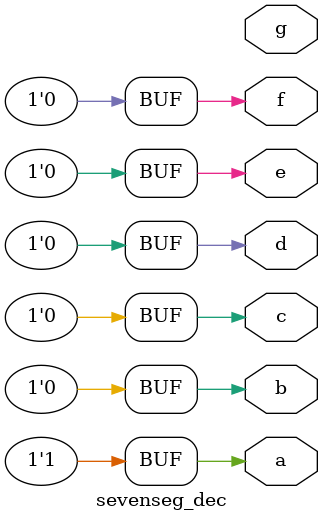
<source format=v>
module sevenseg_dec(a,b,c,d,e,f,g);
output a,b,c,d,e,f,g;

function automatic [6:0] black;

input [6:0] num_i;

begin
case(num_i)
      0:black = 7'b0000001;
      1:black = 7'b1001111;
      2:black = 7'b0010010;
      3:black = 7'b0000110;
      4:black = 7'b1001100;
      5:black = 7'b0100100;
      6:black = 7'b0100000;
      7:black = 7'b0001111;
      8:black = 7'b0000000;
      9:black = 7'b0000100;
      default:black = 7'b1111111;
      endcase
 end
endfunction

assign {a,b,c,d,e,f} = black(6);
endmodule


</source>
